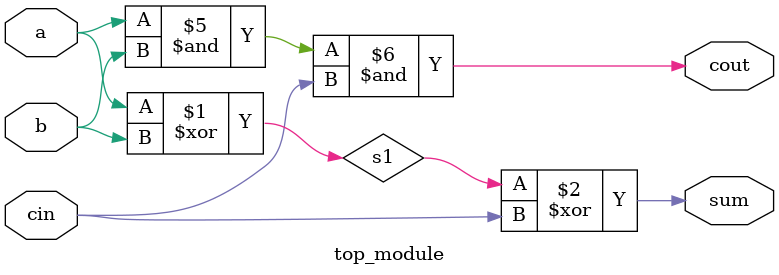
<source format=sv>
module top_module (
  input a,
  input b,
  input cin,
  output cout,
  output sum
);

  // Internal wires
  wire s1, s2;

  // XOR gates
  xor gate1 (s1, a, b);
  xor gate2 (sum, s1, cin);

  // AND gates
  and gate3 (s2, a, b);
  and gate4 (s3, cin, s1);
  and gate5 (cout, a, b, cin);

endmodule

</source>
